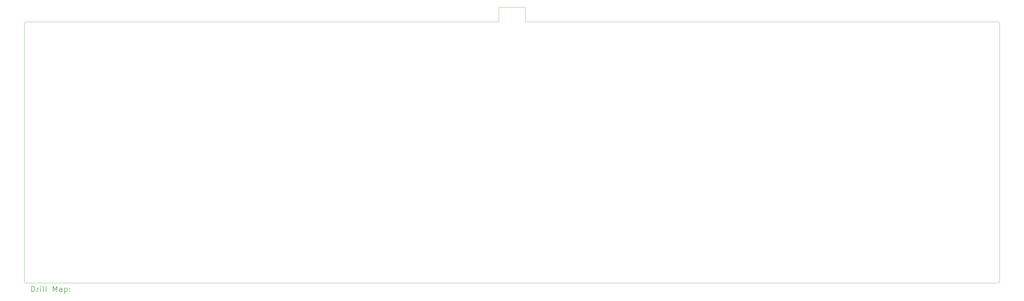
<source format=gbr>
%FSLAX45Y45*%
G04 Gerber Fmt 4.5, Leading zero omitted, Abs format (unit mm)*
G04 Created by KiCad (PCBNEW (6.0.0)) date 2022-03-08 15:04:03*
%MOMM*%
%LPD*%
G01*
G04 APERTURE LIST*
%TA.AperFunction,Profile*%
%ADD10C,0.100000*%
%TD*%
%ADD11C,0.200000*%
G04 APERTURE END LIST*
D10*
X2960000Y-12350000D02*
X38000000Y-12350000D01*
X20955000Y-2910000D02*
X38000000Y-2910000D01*
X38050000Y-2960000D02*
X38050000Y-12300000D01*
X2910000Y-2960000D02*
X2910000Y-12300000D01*
X38050000Y-2960000D02*
G75*
G03*
X38000000Y-2910000I-50000J0D01*
G01*
X20002500Y-2381250D02*
X20002500Y-2910000D01*
X20002500Y-2381250D02*
X20955000Y-2381250D01*
X2910000Y-12300000D02*
G75*
G03*
X2960000Y-12350000I50000J0D01*
G01*
X20955000Y-2381250D02*
X20955000Y-2910000D01*
X2960000Y-2910000D02*
G75*
G03*
X2910000Y-2960000I0J-50000D01*
G01*
X38000000Y-12350000D02*
G75*
G03*
X38050000Y-12300000I0J50000D01*
G01*
X2960000Y-2910000D02*
X20002500Y-2910000D01*
D11*
X3162619Y-12665476D02*
X3162619Y-12465476D01*
X3210238Y-12465476D01*
X3238809Y-12475000D01*
X3257857Y-12494048D01*
X3267381Y-12513095D01*
X3276905Y-12551190D01*
X3276905Y-12579762D01*
X3267381Y-12617857D01*
X3257857Y-12636905D01*
X3238809Y-12655952D01*
X3210238Y-12665476D01*
X3162619Y-12665476D01*
X3362619Y-12665476D02*
X3362619Y-12532143D01*
X3362619Y-12570238D02*
X3372143Y-12551190D01*
X3381667Y-12541667D01*
X3400714Y-12532143D01*
X3419762Y-12532143D01*
X3486428Y-12665476D02*
X3486428Y-12532143D01*
X3486428Y-12465476D02*
X3476905Y-12475000D01*
X3486428Y-12484524D01*
X3495952Y-12475000D01*
X3486428Y-12465476D01*
X3486428Y-12484524D01*
X3610238Y-12665476D02*
X3591190Y-12655952D01*
X3581667Y-12636905D01*
X3581667Y-12465476D01*
X3715000Y-12665476D02*
X3695952Y-12655952D01*
X3686428Y-12636905D01*
X3686428Y-12465476D01*
X3943571Y-12665476D02*
X3943571Y-12465476D01*
X4010238Y-12608333D01*
X4076905Y-12465476D01*
X4076905Y-12665476D01*
X4257857Y-12665476D02*
X4257857Y-12560714D01*
X4248333Y-12541667D01*
X4229286Y-12532143D01*
X4191190Y-12532143D01*
X4172143Y-12541667D01*
X4257857Y-12655952D02*
X4238810Y-12665476D01*
X4191190Y-12665476D01*
X4172143Y-12655952D01*
X4162619Y-12636905D01*
X4162619Y-12617857D01*
X4172143Y-12598809D01*
X4191190Y-12589286D01*
X4238810Y-12589286D01*
X4257857Y-12579762D01*
X4353095Y-12532143D02*
X4353095Y-12732143D01*
X4353095Y-12541667D02*
X4372143Y-12532143D01*
X4410238Y-12532143D01*
X4429286Y-12541667D01*
X4438810Y-12551190D01*
X4448333Y-12570238D01*
X4448333Y-12627381D01*
X4438810Y-12646428D01*
X4429286Y-12655952D01*
X4410238Y-12665476D01*
X4372143Y-12665476D01*
X4353095Y-12655952D01*
X4534048Y-12646428D02*
X4543571Y-12655952D01*
X4534048Y-12665476D01*
X4524524Y-12655952D01*
X4534048Y-12646428D01*
X4534048Y-12665476D01*
X4534048Y-12541667D02*
X4543571Y-12551190D01*
X4534048Y-12560714D01*
X4524524Y-12551190D01*
X4534048Y-12541667D01*
X4534048Y-12560714D01*
M02*

</source>
